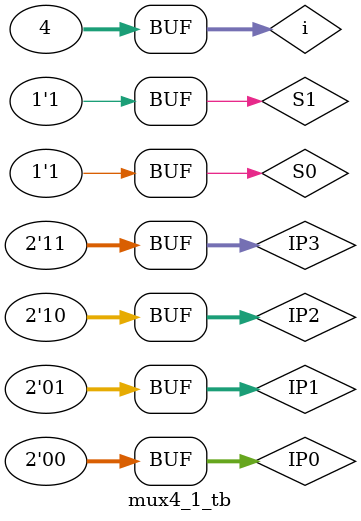
<source format=v>
module mux4_1 (
     input [1:0]ip1,ip2,ip3,ip0, input s1,s0,
     output [8:0]y
);



assign y=s1? (s0?ip3:ip2):(s0?ip1:ip0);  //dataflow modelling
    
endmodule

module mux4_1_tb;

wire  [8:0]Y;
reg   S1,S0;
reg [1:0]IP0,IP1,IP2,IP3;
integer i;


mux4_1 dut (
     .ip0(IP0), .ip1(IP1), .ip2(IP2), .ip3(IP3), .s1(S1), .s0(S0),
     .y(Y)
);

initial
begin
    
    $monitor("%t, s1,s0=%b %b, y=%D",$time,S1,S0,Y);
      IP0=2'b00;
      IP1=2'd1;
      IP2=2'd2;
      IP3=2'd3;
    for(i=0;i<4;i=i+1)
    begin
        #10;
        {S1,S0}=i;
    end
    
end

    
endmodule

</source>
